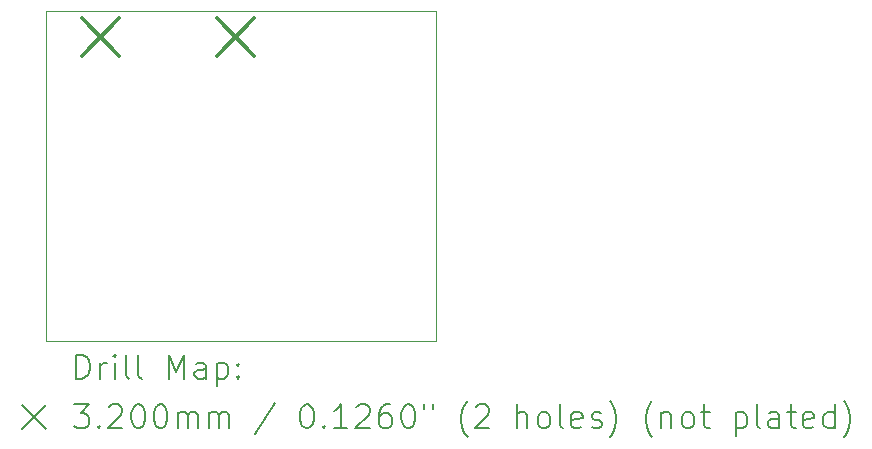
<source format=gbr>
%TF.GenerationSoftware,KiCad,Pcbnew,8.0.7*%
%TF.CreationDate,2025-01-04T17:01:35+01:00*%
%TF.ProjectId,btrail-powerboard,62747261-696c-42d7-906f-776572626f61,rev?*%
%TF.SameCoordinates,Original*%
%TF.FileFunction,Drillmap*%
%TF.FilePolarity,Positive*%
%FSLAX45Y45*%
G04 Gerber Fmt 4.5, Leading zero omitted, Abs format (unit mm)*
G04 Created by KiCad (PCBNEW 8.0.7) date 2025-01-04 17:01:35*
%MOMM*%
%LPD*%
G01*
G04 APERTURE LIST*
%ADD10C,0.050000*%
%ADD11C,0.200000*%
%ADD12C,0.320000*%
G04 APERTURE END LIST*
D10*
X19150000Y-2200000D02*
X22450000Y-2200000D01*
X22450000Y-5000000D01*
X19150000Y-5000000D01*
X19150000Y-2200000D01*
D11*
D12*
X19452250Y-2265000D02*
X19772250Y-2585000D01*
X19772250Y-2265000D02*
X19452250Y-2585000D01*
X20595250Y-2265000D02*
X20915250Y-2585000D01*
X20915250Y-2265000D02*
X20595250Y-2585000D01*
D11*
X19408277Y-5313984D02*
X19408277Y-5113984D01*
X19408277Y-5113984D02*
X19455896Y-5113984D01*
X19455896Y-5113984D02*
X19484467Y-5123508D01*
X19484467Y-5123508D02*
X19503515Y-5142555D01*
X19503515Y-5142555D02*
X19513039Y-5161603D01*
X19513039Y-5161603D02*
X19522563Y-5199698D01*
X19522563Y-5199698D02*
X19522563Y-5228270D01*
X19522563Y-5228270D02*
X19513039Y-5266365D01*
X19513039Y-5266365D02*
X19503515Y-5285412D01*
X19503515Y-5285412D02*
X19484467Y-5304460D01*
X19484467Y-5304460D02*
X19455896Y-5313984D01*
X19455896Y-5313984D02*
X19408277Y-5313984D01*
X19608277Y-5313984D02*
X19608277Y-5180650D01*
X19608277Y-5218746D02*
X19617801Y-5199698D01*
X19617801Y-5199698D02*
X19627324Y-5190174D01*
X19627324Y-5190174D02*
X19646372Y-5180650D01*
X19646372Y-5180650D02*
X19665420Y-5180650D01*
X19732086Y-5313984D02*
X19732086Y-5180650D01*
X19732086Y-5113984D02*
X19722563Y-5123508D01*
X19722563Y-5123508D02*
X19732086Y-5133031D01*
X19732086Y-5133031D02*
X19741610Y-5123508D01*
X19741610Y-5123508D02*
X19732086Y-5113984D01*
X19732086Y-5113984D02*
X19732086Y-5133031D01*
X19855896Y-5313984D02*
X19836848Y-5304460D01*
X19836848Y-5304460D02*
X19827324Y-5285412D01*
X19827324Y-5285412D02*
X19827324Y-5113984D01*
X19960658Y-5313984D02*
X19941610Y-5304460D01*
X19941610Y-5304460D02*
X19932086Y-5285412D01*
X19932086Y-5285412D02*
X19932086Y-5113984D01*
X20189229Y-5313984D02*
X20189229Y-5113984D01*
X20189229Y-5113984D02*
X20255896Y-5256841D01*
X20255896Y-5256841D02*
X20322563Y-5113984D01*
X20322563Y-5113984D02*
X20322563Y-5313984D01*
X20503515Y-5313984D02*
X20503515Y-5209222D01*
X20503515Y-5209222D02*
X20493991Y-5190174D01*
X20493991Y-5190174D02*
X20474944Y-5180650D01*
X20474944Y-5180650D02*
X20436848Y-5180650D01*
X20436848Y-5180650D02*
X20417801Y-5190174D01*
X20503515Y-5304460D02*
X20484467Y-5313984D01*
X20484467Y-5313984D02*
X20436848Y-5313984D01*
X20436848Y-5313984D02*
X20417801Y-5304460D01*
X20417801Y-5304460D02*
X20408277Y-5285412D01*
X20408277Y-5285412D02*
X20408277Y-5266365D01*
X20408277Y-5266365D02*
X20417801Y-5247317D01*
X20417801Y-5247317D02*
X20436848Y-5237793D01*
X20436848Y-5237793D02*
X20484467Y-5237793D01*
X20484467Y-5237793D02*
X20503515Y-5228270D01*
X20598753Y-5180650D02*
X20598753Y-5380650D01*
X20598753Y-5190174D02*
X20617801Y-5180650D01*
X20617801Y-5180650D02*
X20655896Y-5180650D01*
X20655896Y-5180650D02*
X20674944Y-5190174D01*
X20674944Y-5190174D02*
X20684467Y-5199698D01*
X20684467Y-5199698D02*
X20693991Y-5218746D01*
X20693991Y-5218746D02*
X20693991Y-5275889D01*
X20693991Y-5275889D02*
X20684467Y-5294936D01*
X20684467Y-5294936D02*
X20674944Y-5304460D01*
X20674944Y-5304460D02*
X20655896Y-5313984D01*
X20655896Y-5313984D02*
X20617801Y-5313984D01*
X20617801Y-5313984D02*
X20598753Y-5304460D01*
X20779705Y-5294936D02*
X20789229Y-5304460D01*
X20789229Y-5304460D02*
X20779705Y-5313984D01*
X20779705Y-5313984D02*
X20770182Y-5304460D01*
X20770182Y-5304460D02*
X20779705Y-5294936D01*
X20779705Y-5294936D02*
X20779705Y-5313984D01*
X20779705Y-5190174D02*
X20789229Y-5199698D01*
X20789229Y-5199698D02*
X20779705Y-5209222D01*
X20779705Y-5209222D02*
X20770182Y-5199698D01*
X20770182Y-5199698D02*
X20779705Y-5190174D01*
X20779705Y-5190174D02*
X20779705Y-5209222D01*
X18947500Y-5542500D02*
X19147500Y-5742500D01*
X19147500Y-5542500D02*
X18947500Y-5742500D01*
X19389229Y-5533984D02*
X19513039Y-5533984D01*
X19513039Y-5533984D02*
X19446372Y-5610174D01*
X19446372Y-5610174D02*
X19474944Y-5610174D01*
X19474944Y-5610174D02*
X19493991Y-5619698D01*
X19493991Y-5619698D02*
X19503515Y-5629222D01*
X19503515Y-5629222D02*
X19513039Y-5648269D01*
X19513039Y-5648269D02*
X19513039Y-5695888D01*
X19513039Y-5695888D02*
X19503515Y-5714936D01*
X19503515Y-5714936D02*
X19493991Y-5724460D01*
X19493991Y-5724460D02*
X19474944Y-5733984D01*
X19474944Y-5733984D02*
X19417801Y-5733984D01*
X19417801Y-5733984D02*
X19398753Y-5724460D01*
X19398753Y-5724460D02*
X19389229Y-5714936D01*
X19598753Y-5714936D02*
X19608277Y-5724460D01*
X19608277Y-5724460D02*
X19598753Y-5733984D01*
X19598753Y-5733984D02*
X19589229Y-5724460D01*
X19589229Y-5724460D02*
X19598753Y-5714936D01*
X19598753Y-5714936D02*
X19598753Y-5733984D01*
X19684467Y-5553031D02*
X19693991Y-5543508D01*
X19693991Y-5543508D02*
X19713039Y-5533984D01*
X19713039Y-5533984D02*
X19760658Y-5533984D01*
X19760658Y-5533984D02*
X19779705Y-5543508D01*
X19779705Y-5543508D02*
X19789229Y-5553031D01*
X19789229Y-5553031D02*
X19798753Y-5572079D01*
X19798753Y-5572079D02*
X19798753Y-5591127D01*
X19798753Y-5591127D02*
X19789229Y-5619698D01*
X19789229Y-5619698D02*
X19674944Y-5733984D01*
X19674944Y-5733984D02*
X19798753Y-5733984D01*
X19922563Y-5533984D02*
X19941610Y-5533984D01*
X19941610Y-5533984D02*
X19960658Y-5543508D01*
X19960658Y-5543508D02*
X19970182Y-5553031D01*
X19970182Y-5553031D02*
X19979705Y-5572079D01*
X19979705Y-5572079D02*
X19989229Y-5610174D01*
X19989229Y-5610174D02*
X19989229Y-5657793D01*
X19989229Y-5657793D02*
X19979705Y-5695888D01*
X19979705Y-5695888D02*
X19970182Y-5714936D01*
X19970182Y-5714936D02*
X19960658Y-5724460D01*
X19960658Y-5724460D02*
X19941610Y-5733984D01*
X19941610Y-5733984D02*
X19922563Y-5733984D01*
X19922563Y-5733984D02*
X19903515Y-5724460D01*
X19903515Y-5724460D02*
X19893991Y-5714936D01*
X19893991Y-5714936D02*
X19884467Y-5695888D01*
X19884467Y-5695888D02*
X19874944Y-5657793D01*
X19874944Y-5657793D02*
X19874944Y-5610174D01*
X19874944Y-5610174D02*
X19884467Y-5572079D01*
X19884467Y-5572079D02*
X19893991Y-5553031D01*
X19893991Y-5553031D02*
X19903515Y-5543508D01*
X19903515Y-5543508D02*
X19922563Y-5533984D01*
X20113039Y-5533984D02*
X20132086Y-5533984D01*
X20132086Y-5533984D02*
X20151134Y-5543508D01*
X20151134Y-5543508D02*
X20160658Y-5553031D01*
X20160658Y-5553031D02*
X20170182Y-5572079D01*
X20170182Y-5572079D02*
X20179705Y-5610174D01*
X20179705Y-5610174D02*
X20179705Y-5657793D01*
X20179705Y-5657793D02*
X20170182Y-5695888D01*
X20170182Y-5695888D02*
X20160658Y-5714936D01*
X20160658Y-5714936D02*
X20151134Y-5724460D01*
X20151134Y-5724460D02*
X20132086Y-5733984D01*
X20132086Y-5733984D02*
X20113039Y-5733984D01*
X20113039Y-5733984D02*
X20093991Y-5724460D01*
X20093991Y-5724460D02*
X20084467Y-5714936D01*
X20084467Y-5714936D02*
X20074944Y-5695888D01*
X20074944Y-5695888D02*
X20065420Y-5657793D01*
X20065420Y-5657793D02*
X20065420Y-5610174D01*
X20065420Y-5610174D02*
X20074944Y-5572079D01*
X20074944Y-5572079D02*
X20084467Y-5553031D01*
X20084467Y-5553031D02*
X20093991Y-5543508D01*
X20093991Y-5543508D02*
X20113039Y-5533984D01*
X20265420Y-5733984D02*
X20265420Y-5600650D01*
X20265420Y-5619698D02*
X20274944Y-5610174D01*
X20274944Y-5610174D02*
X20293991Y-5600650D01*
X20293991Y-5600650D02*
X20322563Y-5600650D01*
X20322563Y-5600650D02*
X20341610Y-5610174D01*
X20341610Y-5610174D02*
X20351134Y-5629222D01*
X20351134Y-5629222D02*
X20351134Y-5733984D01*
X20351134Y-5629222D02*
X20360658Y-5610174D01*
X20360658Y-5610174D02*
X20379705Y-5600650D01*
X20379705Y-5600650D02*
X20408277Y-5600650D01*
X20408277Y-5600650D02*
X20427325Y-5610174D01*
X20427325Y-5610174D02*
X20436848Y-5629222D01*
X20436848Y-5629222D02*
X20436848Y-5733984D01*
X20532086Y-5733984D02*
X20532086Y-5600650D01*
X20532086Y-5619698D02*
X20541610Y-5610174D01*
X20541610Y-5610174D02*
X20560658Y-5600650D01*
X20560658Y-5600650D02*
X20589229Y-5600650D01*
X20589229Y-5600650D02*
X20608277Y-5610174D01*
X20608277Y-5610174D02*
X20617801Y-5629222D01*
X20617801Y-5629222D02*
X20617801Y-5733984D01*
X20617801Y-5629222D02*
X20627325Y-5610174D01*
X20627325Y-5610174D02*
X20646372Y-5600650D01*
X20646372Y-5600650D02*
X20674944Y-5600650D01*
X20674944Y-5600650D02*
X20693991Y-5610174D01*
X20693991Y-5610174D02*
X20703515Y-5629222D01*
X20703515Y-5629222D02*
X20703515Y-5733984D01*
X21093991Y-5524460D02*
X20922563Y-5781603D01*
X21351134Y-5533984D02*
X21370182Y-5533984D01*
X21370182Y-5533984D02*
X21389229Y-5543508D01*
X21389229Y-5543508D02*
X21398753Y-5553031D01*
X21398753Y-5553031D02*
X21408277Y-5572079D01*
X21408277Y-5572079D02*
X21417801Y-5610174D01*
X21417801Y-5610174D02*
X21417801Y-5657793D01*
X21417801Y-5657793D02*
X21408277Y-5695888D01*
X21408277Y-5695888D02*
X21398753Y-5714936D01*
X21398753Y-5714936D02*
X21389229Y-5724460D01*
X21389229Y-5724460D02*
X21370182Y-5733984D01*
X21370182Y-5733984D02*
X21351134Y-5733984D01*
X21351134Y-5733984D02*
X21332087Y-5724460D01*
X21332087Y-5724460D02*
X21322563Y-5714936D01*
X21322563Y-5714936D02*
X21313039Y-5695888D01*
X21313039Y-5695888D02*
X21303515Y-5657793D01*
X21303515Y-5657793D02*
X21303515Y-5610174D01*
X21303515Y-5610174D02*
X21313039Y-5572079D01*
X21313039Y-5572079D02*
X21322563Y-5553031D01*
X21322563Y-5553031D02*
X21332087Y-5543508D01*
X21332087Y-5543508D02*
X21351134Y-5533984D01*
X21503515Y-5714936D02*
X21513039Y-5724460D01*
X21513039Y-5724460D02*
X21503515Y-5733984D01*
X21503515Y-5733984D02*
X21493991Y-5724460D01*
X21493991Y-5724460D02*
X21503515Y-5714936D01*
X21503515Y-5714936D02*
X21503515Y-5733984D01*
X21703515Y-5733984D02*
X21589229Y-5733984D01*
X21646372Y-5733984D02*
X21646372Y-5533984D01*
X21646372Y-5533984D02*
X21627325Y-5562555D01*
X21627325Y-5562555D02*
X21608277Y-5581603D01*
X21608277Y-5581603D02*
X21589229Y-5591127D01*
X21779706Y-5553031D02*
X21789229Y-5543508D01*
X21789229Y-5543508D02*
X21808277Y-5533984D01*
X21808277Y-5533984D02*
X21855896Y-5533984D01*
X21855896Y-5533984D02*
X21874944Y-5543508D01*
X21874944Y-5543508D02*
X21884468Y-5553031D01*
X21884468Y-5553031D02*
X21893991Y-5572079D01*
X21893991Y-5572079D02*
X21893991Y-5591127D01*
X21893991Y-5591127D02*
X21884468Y-5619698D01*
X21884468Y-5619698D02*
X21770182Y-5733984D01*
X21770182Y-5733984D02*
X21893991Y-5733984D01*
X22065420Y-5533984D02*
X22027325Y-5533984D01*
X22027325Y-5533984D02*
X22008277Y-5543508D01*
X22008277Y-5543508D02*
X21998753Y-5553031D01*
X21998753Y-5553031D02*
X21979706Y-5581603D01*
X21979706Y-5581603D02*
X21970182Y-5619698D01*
X21970182Y-5619698D02*
X21970182Y-5695888D01*
X21970182Y-5695888D02*
X21979706Y-5714936D01*
X21979706Y-5714936D02*
X21989229Y-5724460D01*
X21989229Y-5724460D02*
X22008277Y-5733984D01*
X22008277Y-5733984D02*
X22046372Y-5733984D01*
X22046372Y-5733984D02*
X22065420Y-5724460D01*
X22065420Y-5724460D02*
X22074944Y-5714936D01*
X22074944Y-5714936D02*
X22084468Y-5695888D01*
X22084468Y-5695888D02*
X22084468Y-5648269D01*
X22084468Y-5648269D02*
X22074944Y-5629222D01*
X22074944Y-5629222D02*
X22065420Y-5619698D01*
X22065420Y-5619698D02*
X22046372Y-5610174D01*
X22046372Y-5610174D02*
X22008277Y-5610174D01*
X22008277Y-5610174D02*
X21989229Y-5619698D01*
X21989229Y-5619698D02*
X21979706Y-5629222D01*
X21979706Y-5629222D02*
X21970182Y-5648269D01*
X22208277Y-5533984D02*
X22227325Y-5533984D01*
X22227325Y-5533984D02*
X22246372Y-5543508D01*
X22246372Y-5543508D02*
X22255896Y-5553031D01*
X22255896Y-5553031D02*
X22265420Y-5572079D01*
X22265420Y-5572079D02*
X22274944Y-5610174D01*
X22274944Y-5610174D02*
X22274944Y-5657793D01*
X22274944Y-5657793D02*
X22265420Y-5695888D01*
X22265420Y-5695888D02*
X22255896Y-5714936D01*
X22255896Y-5714936D02*
X22246372Y-5724460D01*
X22246372Y-5724460D02*
X22227325Y-5733984D01*
X22227325Y-5733984D02*
X22208277Y-5733984D01*
X22208277Y-5733984D02*
X22189229Y-5724460D01*
X22189229Y-5724460D02*
X22179706Y-5714936D01*
X22179706Y-5714936D02*
X22170182Y-5695888D01*
X22170182Y-5695888D02*
X22160658Y-5657793D01*
X22160658Y-5657793D02*
X22160658Y-5610174D01*
X22160658Y-5610174D02*
X22170182Y-5572079D01*
X22170182Y-5572079D02*
X22179706Y-5553031D01*
X22179706Y-5553031D02*
X22189229Y-5543508D01*
X22189229Y-5543508D02*
X22208277Y-5533984D01*
X22351134Y-5533984D02*
X22351134Y-5572079D01*
X22427325Y-5533984D02*
X22427325Y-5572079D01*
X22722563Y-5810174D02*
X22713039Y-5800650D01*
X22713039Y-5800650D02*
X22693991Y-5772079D01*
X22693991Y-5772079D02*
X22684468Y-5753031D01*
X22684468Y-5753031D02*
X22674944Y-5724460D01*
X22674944Y-5724460D02*
X22665420Y-5676841D01*
X22665420Y-5676841D02*
X22665420Y-5638746D01*
X22665420Y-5638746D02*
X22674944Y-5591127D01*
X22674944Y-5591127D02*
X22684468Y-5562555D01*
X22684468Y-5562555D02*
X22693991Y-5543508D01*
X22693991Y-5543508D02*
X22713039Y-5514936D01*
X22713039Y-5514936D02*
X22722563Y-5505412D01*
X22789229Y-5553031D02*
X22798753Y-5543508D01*
X22798753Y-5543508D02*
X22817801Y-5533984D01*
X22817801Y-5533984D02*
X22865420Y-5533984D01*
X22865420Y-5533984D02*
X22884468Y-5543508D01*
X22884468Y-5543508D02*
X22893991Y-5553031D01*
X22893991Y-5553031D02*
X22903515Y-5572079D01*
X22903515Y-5572079D02*
X22903515Y-5591127D01*
X22903515Y-5591127D02*
X22893991Y-5619698D01*
X22893991Y-5619698D02*
X22779706Y-5733984D01*
X22779706Y-5733984D02*
X22903515Y-5733984D01*
X23141610Y-5733984D02*
X23141610Y-5533984D01*
X23227325Y-5733984D02*
X23227325Y-5629222D01*
X23227325Y-5629222D02*
X23217801Y-5610174D01*
X23217801Y-5610174D02*
X23198753Y-5600650D01*
X23198753Y-5600650D02*
X23170182Y-5600650D01*
X23170182Y-5600650D02*
X23151134Y-5610174D01*
X23151134Y-5610174D02*
X23141610Y-5619698D01*
X23351134Y-5733984D02*
X23332087Y-5724460D01*
X23332087Y-5724460D02*
X23322563Y-5714936D01*
X23322563Y-5714936D02*
X23313039Y-5695888D01*
X23313039Y-5695888D02*
X23313039Y-5638746D01*
X23313039Y-5638746D02*
X23322563Y-5619698D01*
X23322563Y-5619698D02*
X23332087Y-5610174D01*
X23332087Y-5610174D02*
X23351134Y-5600650D01*
X23351134Y-5600650D02*
X23379706Y-5600650D01*
X23379706Y-5600650D02*
X23398753Y-5610174D01*
X23398753Y-5610174D02*
X23408277Y-5619698D01*
X23408277Y-5619698D02*
X23417801Y-5638746D01*
X23417801Y-5638746D02*
X23417801Y-5695888D01*
X23417801Y-5695888D02*
X23408277Y-5714936D01*
X23408277Y-5714936D02*
X23398753Y-5724460D01*
X23398753Y-5724460D02*
X23379706Y-5733984D01*
X23379706Y-5733984D02*
X23351134Y-5733984D01*
X23532087Y-5733984D02*
X23513039Y-5724460D01*
X23513039Y-5724460D02*
X23503515Y-5705412D01*
X23503515Y-5705412D02*
X23503515Y-5533984D01*
X23684468Y-5724460D02*
X23665420Y-5733984D01*
X23665420Y-5733984D02*
X23627325Y-5733984D01*
X23627325Y-5733984D02*
X23608277Y-5724460D01*
X23608277Y-5724460D02*
X23598753Y-5705412D01*
X23598753Y-5705412D02*
X23598753Y-5629222D01*
X23598753Y-5629222D02*
X23608277Y-5610174D01*
X23608277Y-5610174D02*
X23627325Y-5600650D01*
X23627325Y-5600650D02*
X23665420Y-5600650D01*
X23665420Y-5600650D02*
X23684468Y-5610174D01*
X23684468Y-5610174D02*
X23693991Y-5629222D01*
X23693991Y-5629222D02*
X23693991Y-5648269D01*
X23693991Y-5648269D02*
X23598753Y-5667317D01*
X23770182Y-5724460D02*
X23789230Y-5733984D01*
X23789230Y-5733984D02*
X23827325Y-5733984D01*
X23827325Y-5733984D02*
X23846372Y-5724460D01*
X23846372Y-5724460D02*
X23855896Y-5705412D01*
X23855896Y-5705412D02*
X23855896Y-5695888D01*
X23855896Y-5695888D02*
X23846372Y-5676841D01*
X23846372Y-5676841D02*
X23827325Y-5667317D01*
X23827325Y-5667317D02*
X23798753Y-5667317D01*
X23798753Y-5667317D02*
X23779706Y-5657793D01*
X23779706Y-5657793D02*
X23770182Y-5638746D01*
X23770182Y-5638746D02*
X23770182Y-5629222D01*
X23770182Y-5629222D02*
X23779706Y-5610174D01*
X23779706Y-5610174D02*
X23798753Y-5600650D01*
X23798753Y-5600650D02*
X23827325Y-5600650D01*
X23827325Y-5600650D02*
X23846372Y-5610174D01*
X23922563Y-5810174D02*
X23932087Y-5800650D01*
X23932087Y-5800650D02*
X23951134Y-5772079D01*
X23951134Y-5772079D02*
X23960658Y-5753031D01*
X23960658Y-5753031D02*
X23970182Y-5724460D01*
X23970182Y-5724460D02*
X23979706Y-5676841D01*
X23979706Y-5676841D02*
X23979706Y-5638746D01*
X23979706Y-5638746D02*
X23970182Y-5591127D01*
X23970182Y-5591127D02*
X23960658Y-5562555D01*
X23960658Y-5562555D02*
X23951134Y-5543508D01*
X23951134Y-5543508D02*
X23932087Y-5514936D01*
X23932087Y-5514936D02*
X23922563Y-5505412D01*
X24284468Y-5810174D02*
X24274944Y-5800650D01*
X24274944Y-5800650D02*
X24255896Y-5772079D01*
X24255896Y-5772079D02*
X24246372Y-5753031D01*
X24246372Y-5753031D02*
X24236849Y-5724460D01*
X24236849Y-5724460D02*
X24227325Y-5676841D01*
X24227325Y-5676841D02*
X24227325Y-5638746D01*
X24227325Y-5638746D02*
X24236849Y-5591127D01*
X24236849Y-5591127D02*
X24246372Y-5562555D01*
X24246372Y-5562555D02*
X24255896Y-5543508D01*
X24255896Y-5543508D02*
X24274944Y-5514936D01*
X24274944Y-5514936D02*
X24284468Y-5505412D01*
X24360658Y-5600650D02*
X24360658Y-5733984D01*
X24360658Y-5619698D02*
X24370182Y-5610174D01*
X24370182Y-5610174D02*
X24389230Y-5600650D01*
X24389230Y-5600650D02*
X24417801Y-5600650D01*
X24417801Y-5600650D02*
X24436849Y-5610174D01*
X24436849Y-5610174D02*
X24446372Y-5629222D01*
X24446372Y-5629222D02*
X24446372Y-5733984D01*
X24570182Y-5733984D02*
X24551134Y-5724460D01*
X24551134Y-5724460D02*
X24541611Y-5714936D01*
X24541611Y-5714936D02*
X24532087Y-5695888D01*
X24532087Y-5695888D02*
X24532087Y-5638746D01*
X24532087Y-5638746D02*
X24541611Y-5619698D01*
X24541611Y-5619698D02*
X24551134Y-5610174D01*
X24551134Y-5610174D02*
X24570182Y-5600650D01*
X24570182Y-5600650D02*
X24598753Y-5600650D01*
X24598753Y-5600650D02*
X24617801Y-5610174D01*
X24617801Y-5610174D02*
X24627325Y-5619698D01*
X24627325Y-5619698D02*
X24636849Y-5638746D01*
X24636849Y-5638746D02*
X24636849Y-5695888D01*
X24636849Y-5695888D02*
X24627325Y-5714936D01*
X24627325Y-5714936D02*
X24617801Y-5724460D01*
X24617801Y-5724460D02*
X24598753Y-5733984D01*
X24598753Y-5733984D02*
X24570182Y-5733984D01*
X24693992Y-5600650D02*
X24770182Y-5600650D01*
X24722563Y-5533984D02*
X24722563Y-5705412D01*
X24722563Y-5705412D02*
X24732087Y-5724460D01*
X24732087Y-5724460D02*
X24751134Y-5733984D01*
X24751134Y-5733984D02*
X24770182Y-5733984D01*
X24989230Y-5600650D02*
X24989230Y-5800650D01*
X24989230Y-5610174D02*
X25008277Y-5600650D01*
X25008277Y-5600650D02*
X25046373Y-5600650D01*
X25046373Y-5600650D02*
X25065420Y-5610174D01*
X25065420Y-5610174D02*
X25074944Y-5619698D01*
X25074944Y-5619698D02*
X25084468Y-5638746D01*
X25084468Y-5638746D02*
X25084468Y-5695888D01*
X25084468Y-5695888D02*
X25074944Y-5714936D01*
X25074944Y-5714936D02*
X25065420Y-5724460D01*
X25065420Y-5724460D02*
X25046373Y-5733984D01*
X25046373Y-5733984D02*
X25008277Y-5733984D01*
X25008277Y-5733984D02*
X24989230Y-5724460D01*
X25198753Y-5733984D02*
X25179706Y-5724460D01*
X25179706Y-5724460D02*
X25170182Y-5705412D01*
X25170182Y-5705412D02*
X25170182Y-5533984D01*
X25360658Y-5733984D02*
X25360658Y-5629222D01*
X25360658Y-5629222D02*
X25351134Y-5610174D01*
X25351134Y-5610174D02*
X25332087Y-5600650D01*
X25332087Y-5600650D02*
X25293992Y-5600650D01*
X25293992Y-5600650D02*
X25274944Y-5610174D01*
X25360658Y-5724460D02*
X25341611Y-5733984D01*
X25341611Y-5733984D02*
X25293992Y-5733984D01*
X25293992Y-5733984D02*
X25274944Y-5724460D01*
X25274944Y-5724460D02*
X25265420Y-5705412D01*
X25265420Y-5705412D02*
X25265420Y-5686365D01*
X25265420Y-5686365D02*
X25274944Y-5667317D01*
X25274944Y-5667317D02*
X25293992Y-5657793D01*
X25293992Y-5657793D02*
X25341611Y-5657793D01*
X25341611Y-5657793D02*
X25360658Y-5648269D01*
X25427325Y-5600650D02*
X25503515Y-5600650D01*
X25455896Y-5533984D02*
X25455896Y-5705412D01*
X25455896Y-5705412D02*
X25465420Y-5724460D01*
X25465420Y-5724460D02*
X25484468Y-5733984D01*
X25484468Y-5733984D02*
X25503515Y-5733984D01*
X25646373Y-5724460D02*
X25627325Y-5733984D01*
X25627325Y-5733984D02*
X25589230Y-5733984D01*
X25589230Y-5733984D02*
X25570182Y-5724460D01*
X25570182Y-5724460D02*
X25560658Y-5705412D01*
X25560658Y-5705412D02*
X25560658Y-5629222D01*
X25560658Y-5629222D02*
X25570182Y-5610174D01*
X25570182Y-5610174D02*
X25589230Y-5600650D01*
X25589230Y-5600650D02*
X25627325Y-5600650D01*
X25627325Y-5600650D02*
X25646373Y-5610174D01*
X25646373Y-5610174D02*
X25655896Y-5629222D01*
X25655896Y-5629222D02*
X25655896Y-5648269D01*
X25655896Y-5648269D02*
X25560658Y-5667317D01*
X25827325Y-5733984D02*
X25827325Y-5533984D01*
X25827325Y-5724460D02*
X25808277Y-5733984D01*
X25808277Y-5733984D02*
X25770182Y-5733984D01*
X25770182Y-5733984D02*
X25751134Y-5724460D01*
X25751134Y-5724460D02*
X25741611Y-5714936D01*
X25741611Y-5714936D02*
X25732087Y-5695888D01*
X25732087Y-5695888D02*
X25732087Y-5638746D01*
X25732087Y-5638746D02*
X25741611Y-5619698D01*
X25741611Y-5619698D02*
X25751134Y-5610174D01*
X25751134Y-5610174D02*
X25770182Y-5600650D01*
X25770182Y-5600650D02*
X25808277Y-5600650D01*
X25808277Y-5600650D02*
X25827325Y-5610174D01*
X25903515Y-5810174D02*
X25913039Y-5800650D01*
X25913039Y-5800650D02*
X25932087Y-5772079D01*
X25932087Y-5772079D02*
X25941611Y-5753031D01*
X25941611Y-5753031D02*
X25951134Y-5724460D01*
X25951134Y-5724460D02*
X25960658Y-5676841D01*
X25960658Y-5676841D02*
X25960658Y-5638746D01*
X25960658Y-5638746D02*
X25951134Y-5591127D01*
X25951134Y-5591127D02*
X25941611Y-5562555D01*
X25941611Y-5562555D02*
X25932087Y-5543508D01*
X25932087Y-5543508D02*
X25913039Y-5514936D01*
X25913039Y-5514936D02*
X25903515Y-5505412D01*
M02*

</source>
